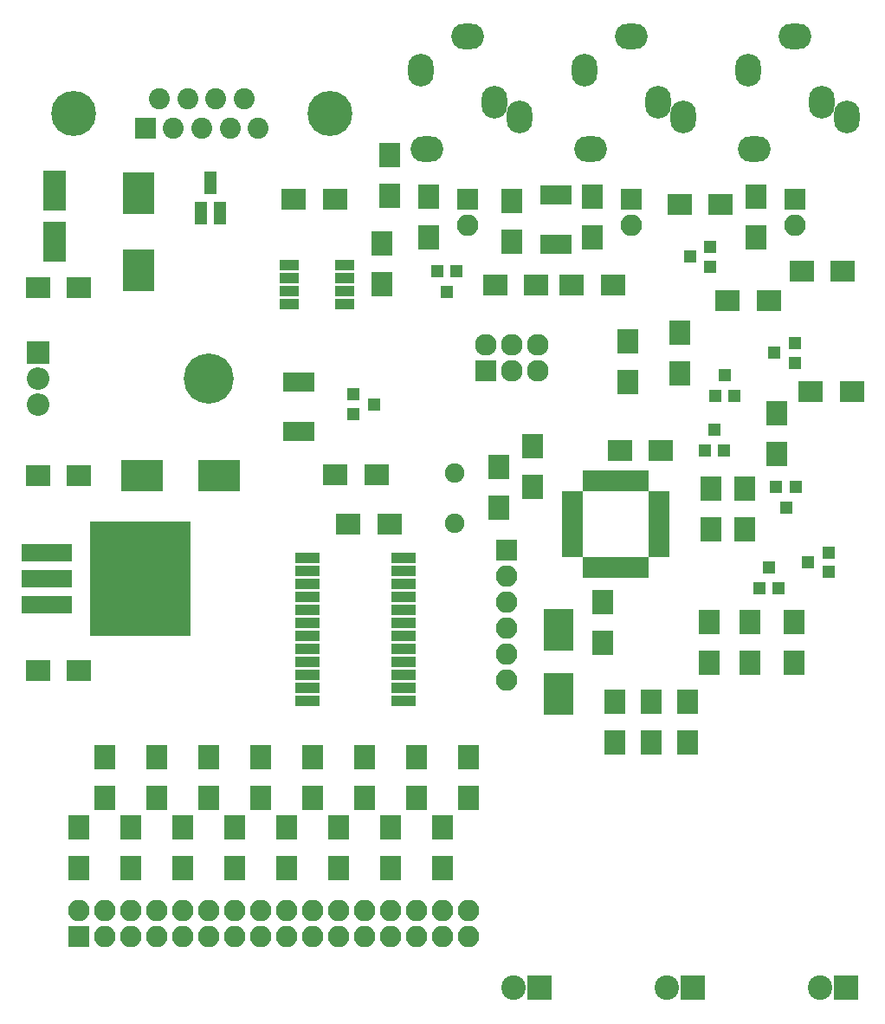
<source format=gts>
G04 #@! TF.FileFunction,Soldermask,Top*
%FSLAX46Y46*%
G04 Gerber Fmt 4.6, Leading zero omitted, Abs format (unit mm)*
G04 Created by KiCad (PCBNEW 4.0.6) date Thursday, 09 May 2019 22:32:22*
%MOMM*%
%LPD*%
G01*
G04 APERTURE LIST*
%ADD10C,0.100000*%
%ADD11R,2.400000X2.000000*%
%ADD12R,2.000000X2.400000*%
%ADD13R,3.100000X4.150000*%
%ADD14R,4.150000X3.100000*%
%ADD15R,2.900000X4.150000*%
%ADD16R,2.127200X2.127200*%
%ADD17O,2.127200X2.127200*%
%ADD18R,3.100000X1.900000*%
%ADD19R,2.400000X2.400000*%
%ADD20C,2.400000*%
%ADD21R,2.200860X3.900120*%
%ADD22R,1.200000X2.300000*%
%ADD23O,3.200000X2.500000*%
%ADD24O,2.500000X3.200000*%
%ADD25R,2.100000X2.100000*%
%ADD26O,2.100000X2.100000*%
%ADD27C,4.400000*%
%ADD28R,2.050000X2.050000*%
%ADD29C,2.050000*%
%ADD30R,1.300000X1.200000*%
%ADD31R,1.200000X1.300000*%
%ADD32R,2.400000X2.100000*%
%ADD33R,2.100000X2.400000*%
%ADD34R,2.400000X1.000000*%
%ADD35R,0.950000X2.000000*%
%ADD36R,2.000000X0.950000*%
%ADD37C,4.900000*%
%ADD38R,2.200000X2.200000*%
%ADD39O,2.200000X2.200000*%
%ADD40R,5.000000X1.790000*%
%ADD41R,9.800000X11.200000*%
%ADD42R,1.950000X1.000000*%
%ADD43C,1.901140*%
G04 APERTURE END LIST*
D10*
D11*
X155338000Y-111708000D03*
X159338000Y-111708000D03*
X154004000Y-79958000D03*
X150004000Y-79958000D03*
D12*
X180198000Y-119360000D03*
X180198000Y-123360000D03*
D11*
X203676000Y-86995000D03*
X199676000Y-86995000D03*
X191738000Y-80518000D03*
X187738000Y-80518000D03*
D12*
X179182000Y-79736000D03*
X179182000Y-83736000D03*
X173340000Y-104120000D03*
X173340000Y-108120000D03*
X170038000Y-106152000D03*
X170038000Y-110152000D03*
D11*
X124985000Y-88594000D03*
X128985000Y-88594000D03*
D13*
X134859000Y-86908000D03*
X134859000Y-79358000D03*
D11*
X125000000Y-107000000D03*
X129000000Y-107000000D03*
D14*
X135148000Y-107009000D03*
X142698000Y-107009000D03*
D15*
X175880000Y-122045000D03*
X175880000Y-128295000D03*
D11*
X129000000Y-126000000D03*
X125000000Y-126000000D03*
D12*
X195184000Y-79736000D03*
X195184000Y-83736000D03*
X163180000Y-79736000D03*
X163180000Y-83736000D03*
X158608000Y-84308000D03*
X158608000Y-88308000D03*
D16*
X168768000Y-96722000D03*
D17*
X168768000Y-94182000D03*
X171308000Y-96722000D03*
X171308000Y-94182000D03*
X173848000Y-96722000D03*
X173848000Y-94182000D03*
D18*
X150480000Y-97878000D03*
X150480000Y-102678000D03*
D19*
X174000000Y-157000000D03*
D20*
X171460000Y-157000000D03*
D19*
X189000000Y-157000000D03*
D20*
X186460000Y-157000000D03*
D19*
X204000000Y-157000000D03*
D20*
X201460000Y-157000000D03*
D18*
X175626000Y-84390000D03*
X175626000Y-79590000D03*
D21*
X126604000Y-84108360D03*
X126604000Y-79109640D03*
D22*
X140894000Y-81331000D03*
X142794000Y-81331000D03*
X141844000Y-78331000D03*
D23*
X183000000Y-64100000D03*
D24*
X178450000Y-67400000D03*
X188050000Y-71900000D03*
D23*
X179000000Y-75100000D03*
D24*
X185650000Y-70500000D03*
D25*
X129000000Y-152000000D03*
D26*
X129000000Y-149460000D03*
X131540000Y-152000000D03*
X131540000Y-149460000D03*
X134080000Y-152000000D03*
X134080000Y-149460000D03*
X136620000Y-152000000D03*
X136620000Y-149460000D03*
X139160000Y-152000000D03*
X139160000Y-149460000D03*
X141700000Y-152000000D03*
X141700000Y-149460000D03*
X144240000Y-152000000D03*
X144240000Y-149460000D03*
X146780000Y-152000000D03*
X146780000Y-149460000D03*
X149320000Y-152000000D03*
X149320000Y-149460000D03*
X151860000Y-152000000D03*
X151860000Y-149460000D03*
X154400000Y-152000000D03*
X154400000Y-149460000D03*
X156940000Y-152000000D03*
X156940000Y-149460000D03*
X159480000Y-152000000D03*
X159480000Y-149460000D03*
X162020000Y-152000000D03*
X162020000Y-149460000D03*
X164560000Y-152000000D03*
X164560000Y-149460000D03*
X167100000Y-152000000D03*
X167100000Y-149460000D03*
D23*
X167000000Y-64100000D03*
D24*
X162450000Y-67400000D03*
X172050000Y-71900000D03*
D23*
X163000000Y-75100000D03*
D24*
X169650000Y-70500000D03*
D23*
X199000000Y-64100000D03*
D24*
X194450000Y-67400000D03*
X204050000Y-71900000D03*
D23*
X195000000Y-75100000D03*
D24*
X201650000Y-70500000D03*
D25*
X170800000Y-114248000D03*
D26*
X170800000Y-116788000D03*
X170800000Y-119328000D03*
X170800000Y-121868000D03*
X170800000Y-124408000D03*
X170800000Y-126948000D03*
D25*
X183000000Y-80000000D03*
D26*
X183000000Y-82540000D03*
D25*
X199000000Y-80000000D03*
D26*
X199000000Y-82540000D03*
D25*
X167000000Y-80000000D03*
D26*
X167000000Y-82540000D03*
D27*
X153495000Y-71580000D03*
X128505000Y-71580000D03*
D28*
X135460000Y-73000000D03*
D29*
X138230000Y-73000000D03*
X141000000Y-73000000D03*
X143770000Y-73000000D03*
X146540000Y-73000000D03*
X136845000Y-70160000D03*
X139615000Y-70160000D03*
X142385000Y-70160000D03*
X145155000Y-70160000D03*
D30*
X155830000Y-99074000D03*
X155830000Y-100974000D03*
X157830000Y-100024000D03*
X202295000Y-116393000D03*
X202295000Y-114493000D03*
X200295000Y-115443000D03*
X190738000Y-86548000D03*
X190738000Y-84648000D03*
X188738000Y-85598000D03*
X198993000Y-95946000D03*
X198993000Y-94046000D03*
X196993000Y-94996000D03*
D31*
X199070000Y-108093000D03*
X197170000Y-108093000D03*
X198120000Y-110093000D03*
X165923000Y-87011000D03*
X164023000Y-87011000D03*
X164973000Y-89011000D03*
X195519000Y-117967000D03*
X197419000Y-117967000D03*
X196469000Y-115967000D03*
X190185000Y-104505000D03*
X192085000Y-104505000D03*
X191135000Y-102505000D03*
X191201000Y-99171000D03*
X193101000Y-99171000D03*
X192151000Y-97171000D03*
D32*
X154068000Y-106882000D03*
X158068000Y-106882000D03*
D33*
X129000000Y-141364000D03*
X129000000Y-145364000D03*
X131540000Y-134506000D03*
X131540000Y-138506000D03*
X134080000Y-141364000D03*
X134080000Y-145364000D03*
X136620000Y-134506000D03*
X136620000Y-138506000D03*
X159370000Y-79672000D03*
X159370000Y-75672000D03*
X139160000Y-141364000D03*
X139160000Y-145364000D03*
X141700000Y-134506000D03*
X141700000Y-138506000D03*
X144240000Y-141364000D03*
X144240000Y-145364000D03*
X146780000Y-134506000D03*
X146780000Y-138506000D03*
X149320000Y-141364000D03*
X149320000Y-145364000D03*
X151860000Y-134506000D03*
X151860000Y-138506000D03*
X154400000Y-141364000D03*
X154400000Y-145364000D03*
X156940000Y-134506000D03*
X156940000Y-138506000D03*
X159480000Y-141364000D03*
X159480000Y-145364000D03*
X190627000Y-125317000D03*
X190627000Y-121317000D03*
X162020000Y-134506000D03*
X162020000Y-138506000D03*
X164560000Y-141364000D03*
X164560000Y-145364000D03*
X198882000Y-125317000D03*
X198882000Y-121317000D03*
X167100000Y-134506000D03*
X167100000Y-138506000D03*
X181356000Y-129064000D03*
X181356000Y-133064000D03*
X184912000Y-129064000D03*
X184912000Y-133064000D03*
X188468000Y-129064000D03*
X188468000Y-133064000D03*
D32*
X177182000Y-88340000D03*
X181182000Y-88340000D03*
X192437000Y-89916000D03*
X196437000Y-89916000D03*
D33*
X182626000Y-97885000D03*
X182626000Y-93885000D03*
X194564000Y-125317000D03*
X194564000Y-121317000D03*
D32*
X204565000Y-98806000D03*
X200565000Y-98806000D03*
D33*
X197231000Y-100870000D03*
X197231000Y-104870000D03*
X171323000Y-84169000D03*
X171323000Y-80169000D03*
X187706000Y-96996000D03*
X187706000Y-92996000D03*
X190754000Y-112236000D03*
X190754000Y-108236000D03*
D32*
X173704000Y-88392000D03*
X169704000Y-88392000D03*
D33*
X194056000Y-112236000D03*
X194056000Y-108236000D03*
D34*
X151368000Y-115010000D03*
X151368000Y-116280000D03*
X151368000Y-117550000D03*
X151368000Y-118820000D03*
X151368000Y-120090000D03*
X151368000Y-121360000D03*
X151368000Y-122630000D03*
X151368000Y-123900000D03*
X151368000Y-125170000D03*
X151368000Y-126440000D03*
X151368000Y-127710000D03*
X151368000Y-128980000D03*
X160768000Y-128980000D03*
X160768000Y-127710000D03*
X160768000Y-126440000D03*
X160768000Y-125170000D03*
X160768000Y-123900000D03*
X160768000Y-122630000D03*
X160768000Y-121360000D03*
X160768000Y-120090000D03*
X160768000Y-118820000D03*
X160768000Y-117550000D03*
X160768000Y-116280000D03*
X160768000Y-115010000D03*
D35*
X184268000Y-107458000D03*
X183468000Y-107458000D03*
X182668000Y-107458000D03*
X181868000Y-107458000D03*
X181068000Y-107458000D03*
X180268000Y-107458000D03*
X179468000Y-107458000D03*
X178668000Y-107458000D03*
D36*
X177218000Y-108908000D03*
X177218000Y-109708000D03*
X177218000Y-110508000D03*
X177218000Y-111308000D03*
X177218000Y-112108000D03*
X177218000Y-112908000D03*
X177218000Y-113708000D03*
X177218000Y-114508000D03*
D35*
X178668000Y-115958000D03*
X179468000Y-115958000D03*
X180268000Y-115958000D03*
X181068000Y-115958000D03*
X181868000Y-115958000D03*
X182668000Y-115958000D03*
X183468000Y-115958000D03*
X184268000Y-115958000D03*
D36*
X185718000Y-114508000D03*
X185718000Y-113708000D03*
X185718000Y-112908000D03*
X185718000Y-112108000D03*
X185718000Y-111308000D03*
X185718000Y-110508000D03*
X185718000Y-109708000D03*
X185718000Y-108908000D03*
D37*
X141660000Y-97540000D03*
D38*
X125000000Y-95000000D03*
D39*
X125000000Y-97540000D03*
X125000000Y-100080000D03*
D40*
X125839000Y-117042000D03*
D41*
X134989000Y-117042000D03*
D40*
X125839000Y-119582000D03*
X125839000Y-114502000D03*
D42*
X154958000Y-90245000D03*
X154958000Y-88975000D03*
X154958000Y-87705000D03*
X154958000Y-86435000D03*
X149558000Y-86435000D03*
X149558000Y-87705000D03*
X149558000Y-88975000D03*
X149558000Y-90245000D03*
D43*
X165720000Y-106727060D03*
X165720000Y-111608940D03*
D11*
X185896000Y-104521000D03*
X181896000Y-104521000D03*
M02*

</source>
